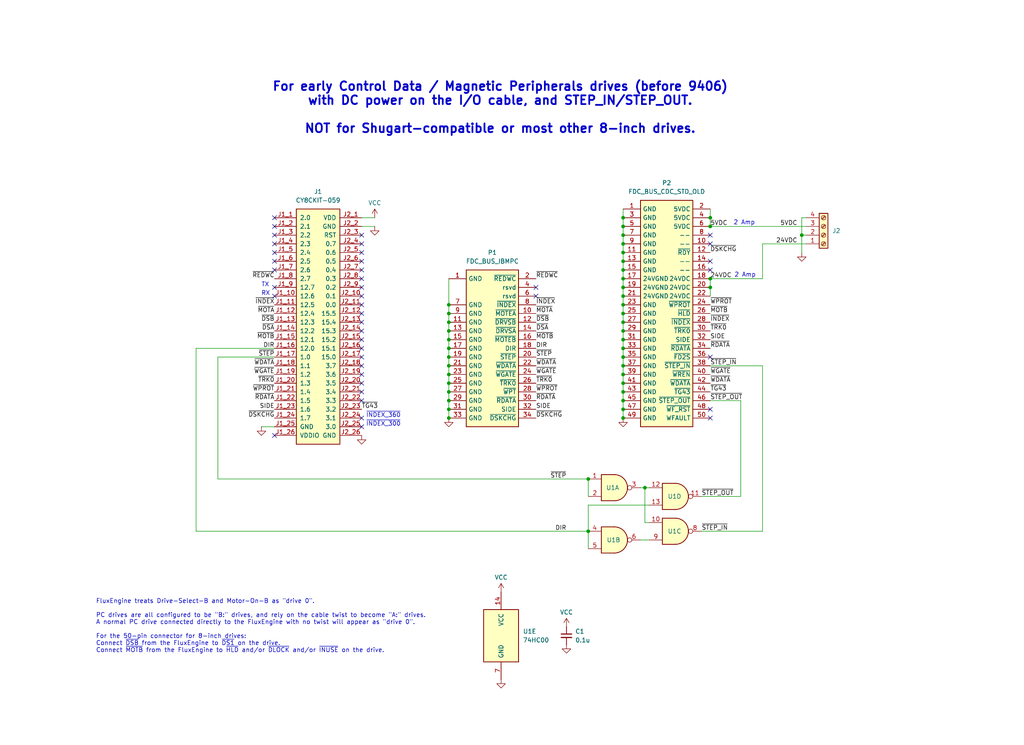
<source format=kicad_sch>
(kicad_sch (version 20231120) (generator "eeschema") (generator_version "8.0")
  (paper "User" 298.45 217.322)
  (title_block (title "FluxEngine_Hat for PC and CDC OLD STD") (date "2024-04-29") (rev "003") (company "Brian K. White - b.kenyon.w@gmail.com") (comment 1 "CC BY-SA") (comment 2 "github.com/bkw777/FluxEngine_Kit"))
  (lib_symbols
    (symbol "000_LOCAL:74HC00" (pin_names (offset 1.016))
      (property "Reference" "U" (at 0 1.27 0))
      (property "Value" "74HC00" (at 0 -1.27 0))
      (symbol "74HC00_1_1"
        (arc (start 0 -3.81) (mid 3.7934 0) (end 0 3.81) (stroke (width 0.254)) (fill (type background)))
        (polyline (pts (xy 0 3.81) (xy -3.81 3.81) (xy -3.81 -3.81) (xy 0 -3.81)) (stroke (width 0.254)) (fill (type background)))
        (pin input line (at -7.62 2.54 0) (length 3.81) (name "~") (number "1"))
        (pin input line (at -7.62 -2.54 0) (length 3.81) (name "~") (number "2"))
        (pin output inverted (at 7.62 0 180) (length 3.81) (name "~") (number "3"))
      )
      (symbol "74HC00_1_2"
        (arc (start -3.81 -3.81) (mid -2.589 0) (end -3.81 3.81) (stroke (width 0.254)))
        (arc (start -0.6096 -3.81) (mid 2.1842 -2.5851) (end 3.81 0) (stroke (width 0.254)) (fill (type background)))
        (polyline (pts (xy -3.81 -3.81) (xy -0.635 -3.81)) (stroke (width 0.254)) (fill (type background)))
        (polyline (pts (xy -3.81 3.81) (xy -0.635 3.81)) (stroke (width 0.254)) (fill (type background)))
        (polyline (pts (xy -0.635 3.81) (xy -3.81 3.81) (xy -3.81 3.81) (xy -3.556 3.4036) (xy -3.0226 2.2606) (xy -2.6924 1.0414) (xy -2.6162 -0.254) (xy -2.7686 -1.4986) (xy -3.175 -2.7178) (xy -3.81 -3.81) (xy -3.81 -3.81) (xy -0.635 -3.81)) (stroke (width -25.4)) (fill (type background)))
        (arc (start 3.81 0) (mid 2.1915 2.5936) (end -0.6096 3.81) (stroke (width 0.254)) (fill (type background)))
        (pin input inverted (at -7.62 2.54 0) (length 4.318) (name "~") (number "1"))
        (pin input inverted (at -7.62 -2.54 0) (length 4.318) (name "~") (number "2"))
        (pin output line (at 7.62 0 180) (length 3.81) (name "~") (number "3"))
      )
      (symbol "74HC00_2_1"
        (arc (start 0 -3.81) (mid 3.7934 0) (end 0 3.81) (stroke (width 0.254)) (fill (type background)))
        (polyline (pts (xy 0 3.81) (xy -3.81 3.81) (xy -3.81 -3.81) (xy 0 -3.81)) (stroke (width 0.254)) (fill (type background)))
        (pin input line (at -7.62 2.54 0) (length 3.81) (name "~") (number "4"))
        (pin input line (at -7.62 -2.54 0) (length 3.81) (name "~") (number "5"))
        (pin output inverted (at 7.62 0 180) (length 3.81) (name "~") (number "6"))
      )
      (symbol "74HC00_2_2"
        (arc (start -3.81 -3.81) (mid -2.589 0) (end -3.81 3.81) (stroke (width 0.254)))
        (arc (start -0.6096 -3.81) (mid 2.1842 -2.5851) (end 3.81 0) (stroke (width 0.254)) (fill (type background)))
        (polyline (pts (xy -3.81 -3.81) (xy -0.635 -3.81)) (stroke (width 0.254)) (fill (type background)))
        (polyline (pts (xy -3.81 3.81) (xy -0.635 3.81)) (stroke (width 0.254)) (fill (type background)))
        (polyline (pts (xy -0.635 3.81) (xy -3.81 3.81) (xy -3.81 3.81) (xy -3.556 3.4036) (xy -3.0226 2.2606) (xy -2.6924 1.0414) (xy -2.6162 -0.254) (xy -2.7686 -1.4986) (xy -3.175 -2.7178) (xy -3.81 -3.81) (xy -3.81 -3.81) (xy -0.635 -3.81)) (stroke (width -25.4)) (fill (type background)))
        (arc (start 3.81 0) (mid 2.1915 2.5936) (end -0.6096 3.81) (stroke (width 0.254)) (fill (type background)))
        (pin input inverted (at -7.62 2.54 0) (length 4.318) (name "~") (number "4"))
        (pin input inverted (at -7.62 -2.54 0) (length 4.318) (name "~") (number "5"))
        (pin output line (at 7.62 0 180) (length 3.81) (name "~") (number "6"))
      )
      (symbol "74HC00_3_1"
        (arc (start 0 -3.81) (mid 3.7934 0) (end 0 3.81) (stroke (width 0.254)) (fill (type background)))
        (polyline (pts (xy 0 3.81) (xy -3.81 3.81) (xy -3.81 -3.81) (xy 0 -3.81)) (stroke (width 0.254)) (fill (type background)))
        (pin input line (at -7.62 -2.54 0) (length 3.81) (name "~") (number "10"))
        (pin output inverted (at 7.62 0 180) (length 3.81) (name "~") (number "8"))
        (pin input line (at -7.62 2.54 0) (length 3.81) (name "~") (number "9"))
      )
      (symbol "74HC00_3_2"
        (arc (start -3.81 -3.81) (mid -2.589 0) (end -3.81 3.81) (stroke (width 0.254)))
        (arc (start -0.6096 -3.81) (mid 2.1842 -2.5851) (end 3.81 0) (stroke (width 0.254)) (fill (type background)))
        (polyline (pts (xy -3.81 -3.81) (xy -0.635 -3.81)) (stroke (width 0.254)) (fill (type background)))
        (polyline (pts (xy -3.81 3.81) (xy -0.635 3.81)) (stroke (width 0.254)) (fill (type background)))
        (polyline (pts (xy -0.635 3.81) (xy -3.81 3.81) (xy -3.81 3.81) (xy -3.556 3.4036) (xy -3.0226 2.2606) (xy -2.6924 1.0414) (xy -2.6162 -0.254) (xy -2.7686 -1.4986) (xy -3.175 -2.7178) (xy -3.81 -3.81) (xy -3.81 -3.81) (xy -0.635 -3.81)) (stroke (width -25.4)) (fill (type background)))
        (arc (start 3.81 0) (mid 2.1915 2.5936) (end -0.6096 3.81) (stroke (width 0.254)) (fill (type background)))
        (pin input inverted (at -7.62 -2.54 0) (length 4.318) (name "~") (number "10"))
        (pin output line (at 7.62 0 180) (length 3.81) (name "~") (number "8"))
        (pin input inverted (at -7.62 2.54 0) (length 4.318) (name "~") (number "9"))
      )
      (symbol "74HC00_4_1"
        (arc (start 0 -3.81) (mid 3.7934 0) (end 0 3.81) (stroke (width 0.254)) (fill (type background)))
        (polyline (pts (xy 0 3.81) (xy -3.81 3.81) (xy -3.81 -3.81) (xy 0 -3.81)) (stroke (width 0.254)) (fill (type background)))
        (pin output inverted (at 7.62 0 180) (length 3.81) (name "~") (number "11"))
        (pin input line (at -7.62 2.54 0) (length 3.81) (name "~") (number "12"))
        (pin input line (at -7.62 -2.54 0) (length 3.81) (name "~") (number "13"))
      )
      (symbol "74HC00_4_2"
        (arc (start -3.81 -3.81) (mid -2.589 0) (end -3.81 3.81) (stroke (width 0.254)))
        (arc (start -0.6096 -3.81) (mid 2.1842 -2.5851) (end 3.81 0) (stroke (width 0.254)) (fill (type background)))
        (polyline (pts (xy -3.81 -3.81) (xy -0.635 -3.81)) (stroke (width 0.254)) (fill (type background)))
        (polyline (pts (xy -3.81 3.81) (xy -0.635 3.81)) (stroke (width 0.254)) (fill (type background)))
        (polyline (pts (xy -0.635 3.81) (xy -3.81 3.81) (xy -3.81 3.81) (xy -3.556 3.4036) (xy -3.0226 2.2606) (xy -2.6924 1.0414) (xy -2.6162 -0.254) (xy -2.7686 -1.4986) (xy -3.175 -2.7178) (xy -3.81 -3.81) (xy -3.81 -3.81) (xy -0.635 -3.81)) (stroke (width -25.4)) (fill (type background)))
        (arc (start 3.81 0) (mid 2.1915 2.5936) (end -0.6096 3.81) (stroke (width 0.254)) (fill (type background)))
        (pin output line (at 7.62 0 180) (length 3.81) (name "~") (number "11"))
        (pin input inverted (at -7.62 2.54 0) (length 4.318) (name "~") (number "12"))
        (pin input inverted (at -7.62 -2.54 0) (length 4.318) (name "~") (number "13"))
      )
      (symbol "74HC00_5_0"
        (pin power_in line (at 0 12.7 270) (length 5.08) (name "VCC") (number "14"))
        (pin power_in line (at 0 -12.7 90) (length 5.08) (name "GND") (number "7"))
      )
      (symbol "74HC00_5_1"
        (rectangle (start -5.08 7.62) (end 5.08 -7.62) (stroke (width 0.254)) (fill (type background)))
      )
    )
    (symbol "000_LOCAL:C" (pin_numbers hide) (pin_names (offset 0.254) hide)
      (property "Reference" "C" (at 0.254 1.778 0))
      (property "Value" "C" (at 0.254 -2.032 0))
      (symbol "C_0_1"
        (polyline (pts (xy -1.524 -0.508) (xy 1.524 -0.508)) (stroke (width 0.3302)))
        (polyline (pts (xy -1.524 0.508) (xy 1.524 0.508)) (stroke (width 0.3048)))
      )
      (symbol "C_1_1"
        (pin passive line (at 0 2.54 270) (length 2.032) (name "~") (number "1"))
        (pin passive line (at 0 -2.54 90) (length 2.032) (name "~") (number "2"))
      )
    )
    (symbol "000_LOCAL:CY8CKIT-059" (pin_names (offset 1.016))
      (property "Reference" "J" (at 0 34.29 0))
      (property "Value" "CY8CKIT-059" (at 0 -37.084 0))
      (symbol "CY8CKIT-059_1_1"
        (rectangle (start -6.35 33.02) (end 6.35 -35.56) (stroke (width 0.254)) (fill (type background)))
        (pin passive line (at -12.7 30.48 0) (length 6.35) (name "2.0") (number "J1_1"))
        (pin passive line (at -12.7 7.62 0) (length 6.35) (name "12.6") (number "J1_10"))
        (pin passive line (at -12.7 5.08 0) (length 6.35) (name "12.5") (number "J1_11"))
        (pin passive line (at -12.7 2.54 0) (length 6.35) (name "12.4") (number "J1_12"))
        (pin passive line (at -12.7 0 0) (length 6.35) (name "12.3") (number "J1_13"))
        (pin passive line (at -12.7 -2.54 0) (length 6.35) (name "12.2") (number "J1_14"))
        (pin passive line (at -12.7 -5.08 0) (length 6.35) (name "12.1") (number "J1_15"))
        (pin passive line (at -12.7 -7.62 0) (length 6.35) (name "12.0") (number "J1_16"))
        (pin passive line (at -12.7 -10.16 0) (length 6.35) (name "1.0") (number "J1_17"))
        (pin passive line (at -12.7 -12.7 0) (length 6.35) (name "1.1") (number "J1_18"))
        (pin passive line (at -12.7 -15.24 0) (length 6.35) (name "1.2") (number "J1_19"))
        (pin passive line (at -12.7 27.94 0) (length 6.35) (name "2.1") (number "J1_2"))
        (pin passive line (at -12.7 -17.78 0) (length 6.35) (name "1.3") (number "J1_20"))
        (pin passive line (at -12.7 -20.32 0) (length 6.35) (name "1.4") (number "J1_21"))
        (pin passive line (at -12.7 -22.86 0) (length 6.35) (name "1.5") (number "J1_22"))
        (pin passive line (at -12.7 -25.4 0) (length 6.35) (name "1.6") (number "J1_23"))
        (pin passive line (at -12.7 -27.94 0) (length 6.35) (name "1.7") (number "J1_24"))
        (pin passive line (at -12.7 -30.48 0) (length 6.35) (name "GND") (number "J1_25"))
        (pin passive line (at -12.7 -33.02 0) (length 6.35) (name "VDDIO") (number "J1_26"))
        (pin passive line (at -12.7 25.4 0) (length 6.35) (name "2.2") (number "J1_3"))
        (pin passive line (at -12.7 22.86 0) (length 6.35) (name "2.3") (number "J1_4"))
        (pin passive line (at -12.7 20.32 0) (length 6.35) (name "2.4") (number "J1_5"))
        (pin passive line (at -12.7 17.78 0) (length 6.35) (name "2.5") (number "J1_6"))
        (pin passive line (at -12.7 15.24 0) (length 6.35) (name "2.6") (number "J1_7"))
        (pin passive line (at -12.7 12.7 0) (length 6.35) (name "2.7") (number "J1_8"))
        (pin passive line (at -12.7 10.16 0) (length 6.35) (name "12.7") (number "J1_9"))
        (pin passive line (at 12.7 30.48 180) (length 6.35) (name "VDD") (number "J2_1"))
        (pin passive line (at 12.7 7.62 180) (length 6.35) (name "0.1") (number "J2_10"))
        (pin passive line (at 12.7 5.08 180) (length 6.35) (name "0.0") (number "J2_11"))
        (pin passive line (at 12.7 2.54 180) (length 6.35) (name "15.5") (number "J2_12"))
        (pin passive line (at 12.7 0 180) (length 6.35) (name "15.4") (number "J2_13"))
        (pin passive line (at 12.7 -2.54 180) (length 6.35) (name "15.3") (number "J2_14"))
        (pin passive line (at 12.7 -5.08 180) (length 6.35) (name "15.2") (number "J2_15"))
        (pin passive line (at 12.7 -7.62 180) (length 6.35) (name "15.1") (number "J2_16"))
        (pin passive line (at 12.7 -10.16 180) (length 6.35) (name "15.0") (number "J2_17"))
        (pin passive line (at 12.7 -12.7 180) (length 6.35) (name "3.7") (number "J2_18"))
        (pin passive line (at 12.7 -15.24 180) (length 6.35) (name "3.6") (number "J2_19"))
        (pin passive line (at 12.7 27.94 180) (length 6.35) (name "GND") (number "J2_2"))
        (pin passive line (at 12.7 -17.78 180) (length 6.35) (name "3.5") (number "J2_20"))
        (pin passive line (at 12.7 -20.32 180) (length 6.35) (name "3.4") (number "J2_21"))
        (pin passive line (at 12.7 -22.86 180) (length 6.35) (name "3.3") (number "J2_22"))
        (pin passive line (at 12.7 -25.4 180) (length 6.35) (name "3.2") (number "J2_23"))
        (pin passive line (at 12.7 -27.94 180) (length 6.35) (name "3.1") (number "J2_24"))
        (pin passive line (at 12.7 -30.48 180) (length 6.35) (name "3.0") (number "J2_25"))
        (pin passive line (at 12.7 -33.02 180) (length 6.35) (name "GND") (number "J2_26"))
        (pin passive line (at 12.7 25.4 180) (length 6.35) (name "RST") (number "J2_3"))
        (pin passive line (at 12.7 22.86 180) (length 6.35) (name "0.7") (number "J2_4"))
        (pin passive line (at 12.7 20.32 180) (length 6.35) (name "0.6") (number "J2_5"))
        (pin passive line (at 12.7 17.78 180) (length 6.35) (name "0.5") (number "J2_6"))
        (pin passive line (at 12.7 15.24 180) (length 6.35) (name "0.4") (number "J2_7"))
        (pin passive line (at 12.7 12.7 180) (length 6.35) (name "0.3") (number "J2_8"))
        (pin passive line (at 12.7 10.16 180) (length 6.35) (name "0.2") (number "J2_9"))
      )
    )
    (symbol "000_LOCAL:FDC_BUS_CDC_STD_OLD" (pin_names (offset 0.635))
      (property "Reference" "J" (at 0 31.75 0))
      (property "Value" "FDC_BUS_CDC_STD_OLD" (at 0 -37.084 0))
      (symbol "FDC_BUS_CDC_STD_OLD_1_1"
        (rectangle (start -7.62 30.48) (end 7.62 -35.56) (stroke (width 0.254)) (fill (type background)))
        (pin passive line (at -12.7 27.94 0) (length 5.08) (name "GND") (number "1"))
        (pin passive line (at 12.7 17.78 180) (length 5.08) (name "--") (number "10"))
        (pin passive line (at -12.7 15.24 0) (length 5.08) (name "GND") (number "11"))
        (pin passive line (at 12.7 15.24 180) (length 5.08) (name "~{RDY}") (number "12"))
        (pin passive line (at -12.7 12.7 0) (length 5.08) (name "GND") (number "13"))
        (pin passive line (at 12.7 12.7 180) (length 5.08) (name "--") (number "14"))
        (pin passive line (at -12.7 10.16 0) (length 5.08) (name "GND") (number "15"))
        (pin passive line (at 12.7 10.16 180) (length 5.08) (name "--") (number "16"))
        (pin passive line (at -12.7 7.62 0) (length 5.08) (name "24VGND") (number "17"))
        (pin passive line (at 12.7 7.62 180) (length 5.08) (name "24VDC") (number "18"))
        (pin passive line (at -12.7 5.08 0) (length 5.08) (name "24VGND") (number "19"))
        (pin passive line (at 12.7 27.94 180) (length 5.08) (name "5VDC") (number "2"))
        (pin passive line (at 12.7 5.08 180) (length 5.08) (name "24VDC") (number "20"))
        (pin passive line (at -12.7 2.54 0) (length 5.08) (name "24VGND") (number "21"))
        (pin passive line (at 12.7 2.54 180) (length 5.08) (name "24VDC") (number "22"))
        (pin passive line (at -12.7 0 0) (length 5.08) (name "GND") (number "23"))
        (pin passive line (at 12.7 0 180) (length 5.08) (name "~{WPROT}") (number "24"))
        (pin passive line (at -12.7 -2.54 0) (length 5.08) (name "GND") (number "25"))
        (pin passive line (at 12.7 -2.54 180) (length 5.08) (name "~{HLD}") (number "26"))
        (pin passive line (at -12.7 -5.08 0) (length 5.08) (name "GND") (number "27"))
        (pin passive line (at 12.7 -5.08 180) (length 5.08) (name "~{INDEX}") (number "28"))
        (pin passive line (at -12.7 -7.62 0) (length 5.08) (name "GND") (number "29"))
        (pin passive line (at -12.7 25.4 0) (length 5.08) (name "GND") (number "3"))
        (pin passive line (at 12.7 -7.62 180) (length 5.08) (name "~{TRK0}") (number "30"))
        (pin passive line (at -12.7 -10.16 0) (length 5.08) (name "GND") (number "31"))
        (pin passive line (at 12.7 -10.16 180) (length 5.08) (name "SIDE") (number "32"))
        (pin passive line (at -12.7 -12.7 0) (length 5.08) (name "GND") (number "33"))
        (pin passive line (at 12.7 -12.7 180) (length 5.08) (name "~{RDATA}") (number "34"))
        (pin passive line (at -12.7 -15.24 0) (length 5.08) (name "GND") (number "35"))
        (pin passive line (at 12.7 -15.24 180) (length 5.08) (name "~{FD2S}") (number "36"))
        (pin passive line (at -12.7 -17.78 0) (length 5.08) (name "GND") (number "37"))
        (pin passive line (at 12.7 -17.78 180) (length 5.08) (name "~{STEP_IN}") (number "38"))
        (pin passive line (at -12.7 -20.32 0) (length 5.08) (name "GND") (number "39"))
        (pin passive line (at 12.7 25.4 180) (length 5.08) (name "5VDC") (number "4"))
        (pin passive line (at 12.7 -20.32 180) (length 5.08) (name "~{WREN}") (number "40"))
        (pin passive line (at -12.7 -22.86 0) (length 5.08) (name "GND") (number "41"))
        (pin passive line (at 12.7 -22.86 180) (length 5.08) (name "~{WDATA}") (number "42"))
        (pin passive line (at -12.7 -25.4 0) (length 5.08) (name "GND") (number "43"))
        (pin passive line (at 12.7 -25.4 180) (length 5.08) (name "~{TG43}") (number "44"))
        (pin passive line (at -12.7 -27.94 0) (length 5.08) (name "GND") (number "45"))
        (pin passive line (at 12.7 -27.94 180) (length 5.08) (name "~{STEP_OUT}") (number "46"))
        (pin passive line (at -12.7 -30.48 0) (length 5.08) (name "GND") (number "47"))
        (pin passive line (at 12.7 -30.48 180) (length 5.08) (name "~{WF_RST}") (number "48"))
        (pin passive line (at -12.7 -33.02 0) (length 5.08) (name "GND") (number "49"))
        (pin passive line (at -12.7 22.86 0) (length 5.08) (name "GND") (number "5"))
        (pin passive line (at 12.7 -33.02 180) (length 5.08) (name "WFAULT") (number "50"))
        (pin passive line (at 12.7 22.86 180) (length 5.08) (name "5VDC") (number "6"))
        (pin passive line (at -12.7 20.32 0) (length 5.08) (name "GND") (number "7"))
        (pin passive line (at 12.7 20.32 180) (length 5.08) (name "--") (number "8"))
        (pin passive line (at -12.7 17.78 0) (length 5.08) (name "GND") (number "9"))
      )
    )
    (symbol "000_LOCAL:FDC_BUS_IBMPC" (pin_names (offset 0.635))
      (property "Reference" "J" (at 0 24.13 0))
      (property "Value" "FDC_BUS_IBMPC" (at 0 -24.13 0))
      (symbol "FDC_BUS_IBMPC_1_1"
        (rectangle (start -7.62 22.86) (end 7.62 -22.86) (stroke (width 0.254)) (fill (type background)))
        (pin passive line (at -12.7 20.32 0) (length 5.08) (name "GND") (number "1"))
        (pin passive line (at 12.7 10.16 180) (length 5.08) (name "~{MOTEA}") (number "10"))
        (pin passive line (at -12.7 7.62 0) (length 5.08) (name "GND") (number "11"))
        (pin passive line (at 12.7 7.62 180) (length 5.08) (name "~{DRVSB}") (number "12"))
        (pin passive line (at -12.7 5.08 0) (length 5.08) (name "GND") (number "13"))
        (pin passive line (at 12.7 5.08 180) (length 5.08) (name "~{DRVSA}") (number "14"))
        (pin passive line (at -12.7 2.54 0) (length 5.08) (name "GND") (number "15"))
        (pin passive line (at 12.7 2.54 180) (length 5.08) (name "~{MOTEB}") (number "16"))
        (pin passive line (at -12.7 0 0) (length 5.08) (name "GND") (number "17"))
        (pin passive line (at 12.7 0 180) (length 5.08) (name "DIR") (number "18"))
        (pin passive line (at -12.7 -2.54 0) (length 5.08) (name "GND") (number "19"))
        (pin passive line (at 12.7 20.32 180) (length 5.08) (name "~{REDWC}") (number "2"))
        (pin passive line (at 12.7 -2.54 180) (length 5.08) (name "~{STEP}") (number "20"))
        (pin passive line (at -12.7 -5.08 0) (length 5.08) (name "GND") (number "21"))
        (pin passive line (at 12.7 -5.08 180) (length 5.08) (name "~{WDATA}") (number "22"))
        (pin passive line (at -12.7 -7.62 0) (length 5.08) (name "GND") (number "23"))
        (pin passive line (at 12.7 -7.62 180) (length 5.08) (name "~{WGATE}") (number "24"))
        (pin passive line (at -12.7 -10.16 0) (length 5.08) (name "GND") (number "25"))
        (pin passive line (at 12.7 -10.16 180) (length 5.08) (name "~{TRK0}") (number "26"))
        (pin passive line (at -12.7 -12.7 0) (length 5.08) (name "GND") (number "27"))
        (pin passive line (at 12.7 -12.7 180) (length 5.08) (name "~{WPT}") (number "28"))
        (pin passive line (at -12.7 -15.24 0) (length 5.08) (name "GND") (number "29"))
        (pin passive line (at 12.7 -15.24 180) (length 5.08) (name "~{RDATA}") (number "30"))
        (pin passive line (at -12.7 -17.78 0) (length 5.08) (name "GND") (number "31"))
        (pin passive line (at 12.7 -17.78 180) (length 5.08) (name "SIDE") (number "32"))
        (pin passive line (at -12.7 -20.32 0) (length 5.08) (name "GND") (number "33"))
        (pin passive line (at 12.7 -20.32 180) (length 5.08) (name "~{DSKCHG}") (number "34"))
        (pin passive line (at 12.7 17.78 180) (length 5.08) (name "rsvd") (number "4"))
        (pin passive line (at 12.7 15.24 180) (length 5.08) (name "rsvd") (number "6"))
        (pin passive line (at -12.7 12.7 0) (length 5.08) (name "GND") (number "7"))
        (pin passive line (at 12.7 12.7 180) (length 5.08) (name "~{INDEX}") (number "8"))
        (pin passive line (at -12.7 10.16 0) (length 5.08) (name "GND") (number "9"))
      )
    )
    (symbol "000_LOCAL:Screw_Terminal_01x04" (pin_names (offset 1.016) hide)
      (property "Reference" "J" (at 0 5.08 0))
      (property "Value" "Screw_Terminal_01x04" (at 0 -7.62 0))
      (symbol "Screw_Terminal_01x04_1_1"
        (rectangle (start -1.27 3.81) (end 1.27 -6.35) (stroke (width 0.254)) (fill (type background)))
        (circle (center 0 -5.08) (radius 0.635) (stroke (width 0.1524)))
        (circle (center 0 -2.54) (radius 0.635) (stroke (width 0.1524)))
        (polyline (pts (xy -0.5334 -4.7498) (xy 0.3302 -5.588)) (stroke (width 0.1524)))
        (polyline (pts (xy -0.5334 -2.2098) (xy 0.3302 -3.048)) (stroke (width 0.1524)))
        (polyline (pts (xy -0.5334 0.3302) (xy 0.3302 -0.508)) (stroke (width 0.1524)))
        (polyline (pts (xy -0.5334 2.8702) (xy 0.3302 2.032)) (stroke (width 0.1524)))
        (polyline (pts (xy -0.3556 -4.572) (xy 0.508 -5.4102)) (stroke (width 0.1524)))
        (polyline (pts (xy -0.3556 -2.032) (xy 0.508 -2.8702)) (stroke (width 0.1524)))
        (polyline (pts (xy -0.3556 0.508) (xy 0.508 -0.3302)) (stroke (width 0.1524)))
        (polyline (pts (xy -0.3556 3.048) (xy 0.508 2.2098)) (stroke (width 0.1524)))
        (circle (center 0 0) (radius 0.635) (stroke (width 0.1524)))
        (circle (center 0 2.54) (radius 0.635) (stroke (width 0.1524)))
        (pin passive line (at -5.08 2.54 0) (length 3.81) (name "Pin_1") (number "1"))
        (pin passive line (at -5.08 0 0) (length 3.81) (name "Pin_2") (number "2"))
        (pin passive line (at -5.08 -2.54 0) (length 3.81) (name "Pin_3") (number "3"))
        (pin passive line (at -5.08 -5.08 0) (length 3.81) (name "Pin_4") (number "4"))
      )
    )
    (symbol "power:GND" (power) (pin_numbers hide) (pin_names (offset 0) hide)
      (property "Value" "GND" (at 0 -3.81 0))
      (symbol "GND_0_1"
        (polyline (pts (xy 0 0) (xy 0 -1.27) (xy 1.27 -1.27) (xy 0 -2.54) (xy -1.27 -1.27) (xy 0 -1.27)))
      )
      (symbol "GND_1_1"
        (pin power_in line (at 0 0 270) (length 0) (name "~") (number "1"))
      )
    )
    (symbol "power:VCC" (power) (pin_numbers hide) (pin_names (offset 0) hide)
      (property "Value" "VCC" (at 0 3.556 0))
      (symbol "VCC_0_1"
        (polyline (pts (xy -0.762 1.27) (xy 0 2.54)))
        (polyline (pts (xy 0 0) (xy 0 2.54)))
        (polyline (pts (xy 0 2.54) (xy 0.762 1.27)))
      )
      (symbol "VCC_1_1"
        (pin power_in line (at 0 0 90) (length 0) (name "~") (number "1"))
      )
    )
  )
  (junction (at 130.81 96.52))
  (junction (at 171.45 139.7))
  (junction (at 181.61 68.58))
  (junction (at 181.61 96.52))
  (junction (at 181.61 93.98))
  (junction (at 181.61 101.6))
  (junction (at 181.61 121.92))
  (junction (at 181.61 116.84))
  (junction (at 130.81 101.6))
  (junction (at 181.61 81.28))
  (junction (at 207.01 81.28))
  (junction (at 207.01 63.5))
  (junction (at 181.61 111.76))
  (junction (at 207.01 83.82))
  (junction (at 130.81 119.38))
  (junction (at 130.81 109.22))
  (junction (at 181.61 83.82))
  (junction (at 181.61 88.9))
  (junction (at 130.81 91.44))
  (junction (at 130.81 114.3))
  (junction (at 130.81 116.84))
  (junction (at 181.61 63.5))
  (junction (at 130.81 121.92))
  (junction (at 181.61 73.66))
  (junction (at 130.81 104.14))
  (junction (at 130.81 106.68))
  (junction (at 181.61 106.68))
  (junction (at 181.61 99.06))
  (junction (at 130.81 99.06))
  (junction (at 181.61 66.04))
  (junction (at 181.61 71.12))
  (junction (at 181.61 109.22))
  (junction (at 181.61 91.44))
  (junction (at 181.61 114.3))
  (junction (at 181.61 86.36))
  (junction (at 130.81 93.98))
  (junction (at 171.45 154.94))
  (junction (at 130.81 88.9))
  (junction (at 181.61 119.38))
  (junction (at 233.68 68.58))
  (junction (at 207.01 66.04))
  (junction (at 181.61 104.14))
  (junction (at 130.81 111.76))
  (junction (at 187.96 142.24))
  (junction (at 181.61 78.74))
  (junction (at 181.61 76.2))
  (no_connect (at 80.01 71.12))
  (no_connect (at 80.01 78.74))
  (no_connect (at 207.01 68.58))
  (no_connect (at 80.01 76.2))
  (no_connect (at 207.01 76.2))
  (no_connect (at 80.01 83.82))
  (no_connect (at 80.01 68.58))
  (no_connect (at 80.01 86.36))
  (no_connect (at 105.41 124.46))
  (no_connect (at 207.01 71.12))
  (no_connect (at 80.01 63.5))
  (no_connect (at 105.41 68.58))
  (no_connect (at 207.01 104.14))
  (no_connect (at 105.41 106.68))
  (no_connect (at 105.41 86.36))
  (no_connect (at 105.41 121.92))
  (no_connect (at 105.41 109.22))
  (no_connect (at 207.01 78.74))
  (no_connect (at 105.41 83.82))
  (no_connect (at 105.41 71.12))
  (no_connect (at 105.41 93.98))
  (no_connect (at 207.01 121.92))
  (no_connect (at 80.01 127))
  (no_connect (at 105.41 101.6))
  (no_connect (at 105.41 111.76))
  (no_connect (at 105.41 73.66))
  (no_connect (at 105.41 81.28))
  (no_connect (at 105.41 76.2))
  (no_connect (at 105.41 116.84))
  (no_connect (at 105.41 78.74))
  (no_connect (at 105.41 104.14))
  (no_connect (at 105.41 96.52))
  (no_connect (at 80.01 66.04))
  (no_connect (at 105.41 99.06))
  (no_connect (at 207.01 119.38))
  (no_connect (at 105.41 114.3))
  (no_connect (at 105.41 91.44))
  (no_connect (at 80.01 73.66))
  (no_connect (at 156.21 83.82))
  (no_connect (at 156.21 86.36))
  (no_connect (at 105.41 88.9))
  (wire (pts (xy 63.5 104.14) (xy 63.5 139.7)))
  (wire (pts (xy 207.01 81.28) (xy 207.01 83.82)))
  (wire (pts (xy 130.81 116.84) (xy 130.81 119.38)))
  (wire (pts (xy 181.61 83.82) (xy 181.61 86.36)))
  (wire (pts (xy 130.81 81.28) (xy 130.81 88.9)))
  (wire (pts (xy 181.61 106.68) (xy 181.61 109.22)))
  (wire (pts (xy 130.81 119.38) (xy 130.81 121.92)))
  (wire (pts (xy 105.41 66.04) (xy 109.22 66.04)))
  (wire (pts (xy 181.61 73.66) (xy 181.61 76.2)))
  (wire (pts (xy 207.01 81.28) (xy 222.25 81.28)))
  (wire (pts (xy 63.5 139.7) (xy 171.45 139.7)))
  (wire (pts (xy 181.61 81.28) (xy 181.61 83.82)))
  (wire (pts (xy 215.9 144.78) (xy 215.9 116.84)))
  (wire (pts (xy 130.81 114.3) (xy 130.81 116.84)))
  (wire (pts (xy 181.61 71.12) (xy 181.61 73.66)))
  (wire (pts (xy 187.96 152.4) (xy 189.23 152.4)))
  (wire (pts (xy 222.25 81.28) (xy 222.25 71.12)))
  (wire (pts (xy 181.61 68.58) (xy 181.61 71.12)))
  (wire (pts (xy 215.9 116.84) (xy 207.01 116.84)))
  (wire (pts (xy 171.45 154.94) (xy 171.45 160.02)))
  (wire (pts (xy 222.25 154.94) (xy 222.25 106.68)))
  (wire (pts (xy 130.81 106.68) (xy 130.81 109.22)))
  (wire (pts (xy 80.01 124.46) (xy 76.2 124.46)))
  (wire (pts (xy 186.69 157.48) (xy 189.23 157.48)))
  (wire (pts (xy 233.68 73.66) (xy 233.68 68.58)))
  (wire (pts (xy 187.96 142.24) (xy 189.23 142.24)))
  (wire (pts (xy 181.61 119.38) (xy 181.61 121.92)))
  (wire (pts (xy 57.15 101.6) (xy 57.15 154.94)))
  (wire (pts (xy 222.25 71.12) (xy 234.95 71.12)))
  (wire (pts (xy 181.61 116.84) (xy 181.61 119.38)))
  (wire (pts (xy 80.01 101.6) (xy 57.15 101.6)))
  (wire (pts (xy 181.61 76.2) (xy 181.61 78.74)))
  (wire (pts (xy 187.96 142.24) (xy 187.96 152.4)))
  (wire (pts (xy 171.45 154.94) (xy 171.45 147.32)))
  (wire (pts (xy 130.81 99.06) (xy 130.81 101.6)))
  (wire (pts (xy 181.61 104.14) (xy 181.61 106.68)))
  (wire (pts (xy 181.61 111.76) (xy 181.61 114.3)))
  (wire (pts (xy 207.01 66.04) (xy 234.95 66.04)))
  (wire (pts (xy 181.61 78.74) (xy 181.61 81.28)))
  (wire (pts (xy 181.61 88.9) (xy 181.61 91.44)))
  (wire (pts (xy 181.61 86.36) (xy 181.61 88.9)))
  (wire (pts (xy 181.61 99.06) (xy 181.61 101.6)))
  (wire (pts (xy 181.61 93.98) (xy 181.61 96.52)))
  (wire (pts (xy 204.47 144.78) (xy 215.9 144.78)))
  (wire (pts (xy 171.45 147.32) (xy 189.23 147.32)))
  (wire (pts (xy 130.81 111.76) (xy 130.81 114.3)))
  (wire (pts (xy 207.01 63.5) (xy 207.01 66.04)))
  (wire (pts (xy 233.68 68.58) (xy 234.95 68.58)))
  (wire (pts (xy 181.61 109.22) (xy 181.61 111.76)))
  (wire (pts (xy 222.25 106.68) (xy 207.01 106.68)))
  (wire (pts (xy 171.45 139.7) (xy 171.45 144.78)))
  (wire (pts (xy 181.61 96.52) (xy 181.61 99.06)))
  (wire (pts (xy 181.61 114.3) (xy 181.61 116.84)))
  (wire (pts (xy 186.69 142.24) (xy 187.96 142.24)))
  (wire (pts (xy 57.15 154.94) (xy 171.45 154.94)))
  (wire (pts (xy 181.61 60.96) (xy 181.61 63.5)))
  (wire (pts (xy 130.81 101.6) (xy 130.81 104.14)))
  (wire (pts (xy 181.61 91.44) (xy 181.61 93.98)))
  (wire (pts (xy 233.68 68.58) (xy 233.68 63.5)))
  (wire (pts (xy 130.81 109.22) (xy 130.81 111.76)))
  (wire (pts (xy 204.47 154.94) (xy 222.25 154.94)))
  (wire (pts (xy 181.61 63.5) (xy 181.61 66.04)))
  (wire (pts (xy 181.61 101.6) (xy 181.61 104.14)))
  (wire (pts (xy 130.81 104.14) (xy 130.81 106.68)))
  (wire (pts (xy 207.01 60.96) (xy 207.01 63.5)))
  (wire (pts (xy 233.68 63.5) (xy 234.95 63.5)))
  (wire (pts (xy 80.01 104.14) (xy 63.5 104.14)))
  (wire (pts (xy 181.61 66.04) (xy 181.61 68.58)))
  (wire (pts (xy 130.81 93.98) (xy 130.81 96.52)))
  (wire (pts (xy 130.81 96.52) (xy 130.81 99.06)))
  (wire (pts (xy 105.41 63.5) (xy 109.22 63.5)))
  (wire (pts (xy 130.81 88.9) (xy 130.81 91.44)))
  (wire (pts (xy 130.81 91.44) (xy 130.81 93.98)))
  (wire (pts (xy 207.01 83.82) (xy 207.01 86.36)))
  (text "FluxEngine treats Drive-Select-B and Motor-On-B as \"drive 0\".\n\nPC drives are all configured to be \"B:\" drives, and rely on the cable twist to become \"A:\" drives.\nA normal PC drive connected directly to the FluxEngine with no twist will appear as \"drive 0\".\n\nFor the 50-pin connector for 8-inch drives:\nConnect ~{DSB} from the FluxEngine to ~{DS1} on the drive.\nConnect ~{MOTB} from the FluxEngine to ~{HLD} and/or ~{DLOCK} and/or ~{INUSE} on the drive.\n" (at 27.94 190.5 0) (effects (font (size 1.27 1.27)) (justify left bottom)))
  (text "~{INDEX_300}" (at 106.68 124.46 0) (effects (font (size 1.2446 1.2446)) (justify left bottom)))
  (text "TX" (at 78.486 83.82 0) (effects (font (size 1.2446 1.2446)) (justify right bottom)))
  (text "For early Control Data / Magnetic Peripherals drives (before 9406)\nwith DC power on the I/O cable, and STEP_IN/STEP_OUT.\n\nNOT for Shugart-compatible or most other 8-inch drives.\n" (at 145.796 31.496 0) (effects (font (size 2.54 2.54) (thickness 0.508) (bold yes))))
  (text "2 Amp" (at 216.916 65.024 0) (effects (font (size 1.27 1.27))))
  (text "RX" (at 78.74 86.36 0) (effects (font (size 1.2446 1.2446)) (justify right bottom)))
  (text "~{INDEX_360}" (at 106.68 121.92 0) (effects (font (size 1.2446 1.2446)) (justify left bottom)))
  (text "2 Amp" (at 217.17 80.264 0) (effects (font (size 1.27 1.27))))
  (label "~{WDATA}" (at 156.21 106.68 0) (effects (font (size 1.2446 1.2446))))
  (label "~{WDATA}" (at 207.01 111.76 0) (effects (font (size 1.2446 1.2446))))
  (label "24VDC" (at 207.01 81.28 0))
  (label "~{REDWC}" (at 80.01 81.28 180) (effects (font (size 1.2446 1.2446))))
  (label "~{MOTB}" (at 207.01 91.44 0) (effects (font (size 1.2446 1.2446))))
  (label "5VDC" (at 232.41 66.04 180))
  (label "~{DSKCHG}" (at 207.01 73.66 0) (effects (font (size 1.2446 1.2446))))
  (label "~{TG43}" (at 207.01 114.3 0) (effects (font (size 1.2446 1.2446))))
  (label "~{WPROT}" (at 156.21 114.3 0) (effects (font (size 1.2446 1.2446))))
  (label "~{WGATE}" (at 156.21 109.22 0) (effects (font (size 1.2446 1.2446))))
  (label "~{WPROT}" (at 80.01 114.3 180) (effects (font (size 1.2446 1.2446))))
  (label "~{STEP}" (at 165.1 139.7 180) (effects (font (size 1.2446 1.2446))))
  (label "~{REDWC}" (at 156.21 81.28 0) (effects (font (size 1.2446 1.2446))))
  (label "~{DSB}" (at 156.21 93.98 0) (effects (font (size 1.2446 1.2446))))
  (label "SIDE" (at 156.21 119.38 0) (effects (font (size 1.2446 1.2446))))
  (label "~{WDATA}" (at 80.01 106.68 180) (effects (font (size 1.2446 1.2446))))
  (label "~{TRK0}" (at 156.21 111.76 0) (effects (font (size 1.2446 1.2446))))
  (label "~{WPROT}" (at 207.01 88.9 0) (effects (font (size 1.2446 1.2446))))
  (label "~{MOTB}" (at 156.21 99.06 0) (effects (font (size 1.2446 1.2446))))
  (label "~{DSB}" (at 80.01 93.98 180) (effects (font (size 1.2446 1.2446))))
  (label "~{RDATA}" (at 156.21 116.84 0) (effects (font (size 1.2446 1.2446))))
  (label "~{DSA}" (at 80.01 96.52 180) (effects (font (size 1.2446 1.2446))))
  (label "~{MOTA}" (at 80.01 91.44 180) (effects (font (size 1.2446 1.2446))))
  (label "~{STEP_OUT}" (at 207.01 116.84 0))
  (label "~{STEP_OUT}" (at 204.47 144.78 0))
  (label "~{WGATE}" (at 207.01 109.22 0) (effects (font (size 1.2446 1.2446))))
  (label "~{INDEX}" (at 207.01 93.98 0) (effects (font (size 1.2446 1.2446))))
  (label "~{STEP}" (at 156.21 104.14 0) (effects (font (size 1.2446 1.2446))))
  (label "~{STEP_IN}" (at 207.01 106.68 0))
  (label "~{DSA}" (at 156.21 96.52 0) (effects (font (size 1.2446 1.2446))))
  (label "~{STEP_IN}" (at 204.47 154.94 0))
  (label "~{TRK0}" (at 207.01 96.52 0) (effects (font (size 1.2446 1.2446))))
  (label "~{DSKCHG}" (at 80.01 121.92 180) (effects (font (size 1.2446 1.2446))))
  (label "~{STEP}" (at 80.01 104.14 180) (effects (font (size 1.2446 1.2446))))
  (label "SIDE" (at 80.01 119.38 180) (effects (font (size 1.2446 1.2446))))
  (label "~{DSKCHG}" (at 156.21 121.92 0) (effects (font (size 1.2446 1.2446))))
  (label "~{TRK0}" (at 80.01 111.76 180) (effects (font (size 1.2446 1.2446))))
  (label "~{RDATA}" (at 207.01 101.6 0) (effects (font (size 1.2446 1.2446))))
  (label "~{MOTA}" (at 156.21 91.44 0) (effects (font (size 1.2446 1.2446))))
  (label "SIDE" (at 207.01 99.06 0) (effects (font (size 1.2446 1.2446))))
  (label "~{INDEX}" (at 156.21 88.9 0) (effects (font (size 1.2446 1.2446))))
  (label "DIR" (at 165.1 154.94 180) (effects (font (size 1.2446 1.2446))))
  (label "DIR" (at 80.01 101.6 180) (effects (font (size 1.2446 1.2446))))
  (label "24VDC" (at 232.41 71.12 180))
  (label "~{WGATE}" (at 80.01 109.22 180) (effects (font (size 1.2446 1.2446))))
  (label "~{TG43}" (at 105.41 119.38 0) (effects (font (size 1.2446 1.2446))))
  (label "~{RDATA}" (at 80.01 116.84 180) (effects (font (size 1.2446 1.2446))))
  (label "5VDC" (at 207.01 66.04 0))
  (label "~{MOTB}" (at 80.01 99.06 180) (effects (font (size 1.2446 1.2446))))
  (label "DIR" (at 156.21 101.6 0) (effects (font (size 1.2446 1.2446))))
  (label "~{INDEX}" (at 80.01 88.9 180) (effects (font (size 1.2446 1.2446))))
  (symbol (lib_id "power:GND") (at 146.05 198.12 0) (unit 1)
    (property "Reference" "#PWR010" (effects (hide yes)))
    (property "Value" "GND" (effects (hide yes)))
    (property "Description" "Power symbol creates a global label with name \"GND\" , ground" (effects (hide yes)))
  )
  (symbol (lib_id "000_LOCAL:74HC00") (at 196.85 154.94 0) (mirror x) (unit 3)
    (property "Reference" "U1" (at 196.596 154.94 0))
    (property "Value" "74HC00" (effects (hide yes)))
    (property "Footprint" "000_LOCAL:TSSOP-14_4.4x5mm_P0.65mm" (effects (hide yes)))
    (property "Datasheet" "datasheets/sn74hc00.pdf" (effects (hide yes)))
    (property "Description" "quad 2-input NAND gate" (effects (hide yes)))
  )
  (symbol (lib_id "power:VCC") (at 146.05 172.72 0) (unit 1)
    (property "Reference" "#PWR09" (effects (hide yes)))
    (property "Value" "VCC" (at 146.05 168.402 0))
    (property "Description" "Power symbol creates a global label with name \"VCC\"" (effects (hide yes)))
  )
  (symbol (lib_id "000_LOCAL:C") (at 165.1 185.42 0) (unit 1)
    (property "Reference" "C1" (at 167.64 184.1562 0) (effects (justify left)))
    (property "Value" "0.1u" (at 167.64 186.6962 0) (effects (justify left)))
    (property "Footprint" "000_LOCAL:C_0805_2012Metric" (effects (hide yes)))
    (property "Description" "Unpolarized capacitor, small symbol" (effects (hide yes)))
  )
  (symbol (lib_id "power:GND") (at 165.1 187.96 0) (unit 1)
    (property "Reference" "#PWR012" (effects (hide yes)))
    (property "Value" "GND" (effects (hide yes)))
    (property "Description" "Power symbol creates a global label with name \"GND\" , ground" (effects (hide yes)))
  )
  (symbol (lib_id "000_LOCAL:FDC_BUS_CDC_STD_OLD") (at 194.31 88.9 0) (unit 1)
    (property "Reference" "P2" (at 194.31 53.34 0))
    (property "Value" "FDC_BUS_CDC_STD_OLD" (at 194.31 55.88 0))
    (property "Footprint" "000_LOCAL:IDC-Header_2x25_P2.54mm_Latch_Vertical" (effects (hide yes)))
    (property "Datasheet" "datasheets/CDC_FDD_pinouts.png" (effects (hide yes)))
    (property "Description" "Control Data / Magnetic Peripherals fdc bus, old pre-9406 \"standard\" interface, dc power on i/o cable, STEP_IN/STEP_OUT" (effects (hide yes)))
  )
  (symbol (lib_id "power:GND") (at 233.68 73.66 0) (unit 1)
    (property "Reference" "#PWR03" (effects (hide yes)))
    (property "Value" "GND" (effects (hide yes)))
    (property "Description" "Power symbol creates a global label with name \"GND\" , ground" (effects (hide yes)))
  )
  (symbol (lib_id "000_LOCAL:Screw_Terminal_01x04") (at 240.03 68.58 0) (mirror x) (unit 1)
    (property "Reference" "J2" (at 242.57 67.3101 0) (effects (justify left)))
    (property "Value" "Screw_Terminal_01x04" (effects (hide yes)))
    (property "Footprint" "000_LOCAL:ScrewTerminal_1x04_P3.5mm_vertical" (effects (hide yes)))
    (property "Description" "Generic screw terminal, single row, 01x04, script generated (kicad-library-utils/schlib/autogen/connector/)" (effects (hide yes)))
  )
  (symbol (lib_id "000_LOCAL:74HC00") (at 196.85 144.78 0) (unit 4)
    (property "Reference" "U1" (at 196.596 144.78 0))
    (property "Value" "74HC00" (effects (hide yes)))
    (property "Footprint" "000_LOCAL:TSSOP-14_4.4x5mm_P0.65mm" (effects (hide yes)))
    (property "Datasheet" "datasheets/sn74hc00.pdf" (effects (hide yes)))
    (property "Description" "quad 2-input NAND gate" (effects (hide yes)))
  )
  (symbol (lib_id "power:GND") (at 105.41 127 0) (unit 1)
    (property "Reference" "#PWR06" (effects (hide yes)))
    (property "Value" "GND" (effects (hide yes)))
    (property "Description" "Power symbol creates a global label with name \"GND\" , ground" (effects (hide yes)))
  )
  (symbol (lib_id "000_LOCAL:CY8CKIT-059") (at 92.71 93.98 0) (unit 1)
    (property "Reference" "J1" (at 92.71 55.88 0))
    (property "Value" "CY8CKIT-059" (at 92.71 58.42 0))
    (property "Footprint" "000_LOCAL:CY8CKIT-059 dry fit" (effects (hide yes)))
    (property "Datasheet" "datasheets/CY8CKIT-059.pdf" (effects (hide yes)))
    (property "Description" "Infineon Cypress CY8CKIT-059 Arm & CPLD eval board " (effects (hide yes)))
  )
  (symbol (lib_id "000_LOCAL:74HC00") (at 146.05 185.42 0) (unit 5)
    (property "Reference" "U1" (at 152.4 184.1499 0) (effects (justify left)))
    (property "Value" "74HC00" (at 152.4 186.6899 0) (effects (justify left)))
    (property "Footprint" "000_LOCAL:TSSOP-14_4.4x5mm_P0.65mm" (effects (hide yes)))
    (property "Datasheet" "datasheets/sn74hc00.pdf" (effects (hide yes)))
    (property "Description" "quad 2-input NAND gate" (effects (hide yes)))
  )
  (symbol (lib_id "power:VCC") (at 109.22 63.5 0) (unit 1)
    (property "Reference" "#PWR05" (effects (hide yes)))
    (property "Value" "VCC" (at 109.22 59.182 0))
    (property "Description" "Power symbol creates a global label with name \"VCC\"" (effects (hide yes)))
  )
  (symbol (lib_id "000_LOCAL:74HC00") (at 179.07 142.24 0) (unit 1)
    (property "Reference" "U1" (at 178.562 142.24 0))
    (property "Value" "74HC00" (effects (hide yes)))
    (property "Footprint" "000_LOCAL:TSSOP-14_4.4x5mm_P0.65mm" (effects (hide yes)))
    (property "Datasheet" "datasheets/sn74hc00.pdf" (effects (hide yes)))
    (property "Description" "quad 2-input NAND gate" (effects (hide yes)))
  )
  (symbol (lib_id "000_LOCAL:74HC00") (at 179.07 157.48 0) (unit 2)
    (property "Reference" "U1" (at 178.816 157.48 0))
    (property "Value" "74HC00" (effects (hide yes)))
    (property "Footprint" "000_LOCAL:TSSOP-14_4.4x5mm_P0.65mm" (effects (hide yes)))
    (property "Datasheet" "datasheets/sn74hc00.pdf" (effects (hide yes)))
    (property "Description" "quad 2-input NAND gate" (effects (hide yes)))
  )
  (symbol (lib_id "power:GND") (at 109.22 66.04 0) (mirror y) (unit 1)
    (property "Reference" "#PWR08" (effects (hide yes)))
    (property "Value" "GND" (effects (hide yes)))
    (property "Description" "Power symbol creates a global label with name \"GND\" , ground" (effects (hide yes)))
  )
  (symbol (lib_id "000_LOCAL:FDC_BUS_IBMPC") (at 143.51 101.6 0) (unit 1)
    (property "Reference" "P1" (at 143.51 73.66 0))
    (property "Value" "FDC_BUS_IBMPC" (at 143.51 76.2 0))
    (property "Footprint" "000_LOCAL:IDC-Header_2x17_P2.54mm_Latch_Vertical - FDD" (effects (hide yes)))
    (property "Datasheet" "datasheets/fdd-bus-interface-34p_5.25inch.png" (effects (hide yes)))
    (property "Description" "34-pin IBM PC floppy drive interface, host-side, pins 3 & 5 removed" (effects (hide yes)))
  )
  (symbol (lib_id "power:VCC") (at 165.1 182.88 0) (unit 1)
    (property "Reference" "#PWR011" (effects (hide yes)))
    (property "Value" "VCC" (at 165.1 178.562 0))
    (property "Description" "Power symbol creates a global label with name \"VCC\"" (effects (hide yes)))
  )
  (symbol (lib_id "power:GND") (at 130.81 121.92 0) (unit 1)
    (property "Reference" "#PWR07" (effects (hide yes)))
    (property "Value" "GND" (effects (hide yes)))
    (property "Description" "Power symbol creates a global label with name \"GND\" , ground" (effects (hide yes)))
  )
  (symbol (lib_id "power:GND") (at 181.61 121.92 0) (unit 1)
    (property "Reference" "#PWR02" (effects (hide yes)))
    (property "Value" "GND" (effects (hide yes)))
    (property "Description" "Power symbol creates a global label with name \"GND\" , ground" (effects (hide yes)))
  )
  (symbol (lib_id "power:GND") (at 76.2 124.46 0) (mirror y) (unit 1)
    (property "Reference" "#PWR04" (effects (hide yes)))
    (property "Value" "GND" (effects (hide yes)))
    (property "Description" "Power symbol creates a global label with name \"GND\" , ground" (effects (hide yes)))
  )
)
</source>
